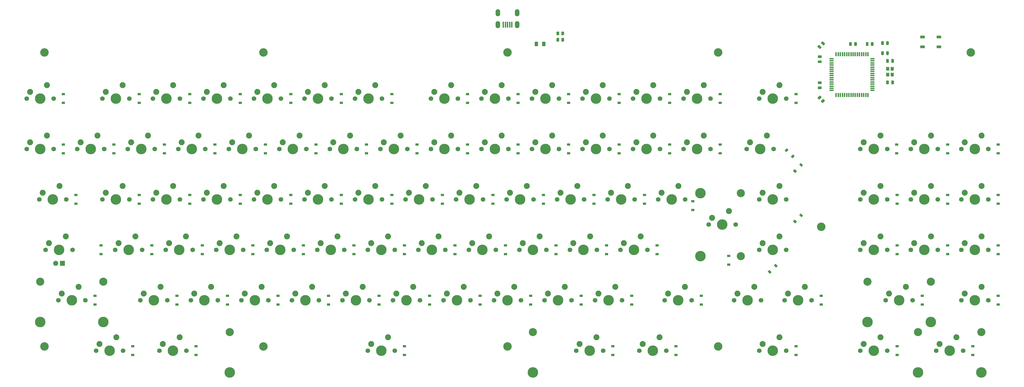
<source format=gbs>
%TF.GenerationSoftware,KiCad,Pcbnew,5.1.9*%
%TF.CreationDate,2021-05-26T15:49:30-04:00*%
%TF.ProjectId,EKS-Mk2,454b532d-4d6b-4322-9e6b-696361645f70,2.1*%
%TF.SameCoordinates,Original*%
%TF.FileFunction,Soldermask,Bot*%
%TF.FilePolarity,Negative*%
%FSLAX46Y46*%
G04 Gerber Fmt 4.6, Leading zero omitted, Abs format (unit mm)*
G04 Created by KiCad (PCBNEW 5.1.9) date 2021-05-26 15:49:30*
%MOMM*%
%LPD*%
G01*
G04 APERTURE LIST*
%ADD10C,2.250000*%
%ADD11C,3.987800*%
%ADD12C,1.750000*%
%ADD13R,1.905000X1.905000*%
%ADD14C,1.905000*%
%ADD15C,3.200000*%
%ADD16O,1.700000X2.700000*%
%ADD17R,0.500000X2.250000*%
%ADD18R,1.200000X1.400000*%
%ADD19R,1.500000X0.550000*%
%ADD20R,0.550000X1.500000*%
%ADD21R,1.800000X1.100000*%
%ADD22C,3.048000*%
%ADD23R,1.200000X0.900000*%
%ADD24C,0.020000*%
G04 APERTURE END LIST*
D10*
%TO.C,MX78*%
X316865000Y-13970000D03*
D11*
X314325000Y-19050000D03*
D10*
X310515000Y-16510000D03*
D12*
X309245000Y-19050000D03*
X319405000Y-19050000D03*
%TD*%
%TO.C,MX4*%
X12223750Y-57150000D03*
X2063750Y-57150000D03*
D13*
X8413750Y-62230000D03*
D14*
X5873750Y-62230000D03*
D10*
X3333750Y-54610000D03*
D11*
X7143750Y-57150000D03*
D10*
X9683750Y-52070000D03*
%TD*%
D15*
%TO.C,8*%
X176212500Y-93662500D03*
%TD*%
%TO.C,3*%
X176212500Y17462500D03*
%TD*%
%TO.C,4*%
X255587500Y17462500D03*
%TD*%
%TO.C,10*%
X294481250Y-48418750D03*
%TD*%
D16*
%TO.C,USB1*%
X172562500Y32385000D03*
X179862500Y32385000D03*
X179862500Y27885000D03*
X172562500Y27885000D03*
D17*
X174612500Y27885000D03*
X175412500Y27885000D03*
X176212500Y27885000D03*
X177012500Y27885000D03*
X177812500Y27885000D03*
%TD*%
D15*
%TO.C,7*%
X84137500Y-93662500D03*
%TD*%
%TO.C,5*%
X350837500Y17462500D03*
%TD*%
%TO.C,9*%
X255587500Y-93662500D03*
%TD*%
%TO.C,2*%
X84137500Y17462500D03*
%TD*%
%TO.C,6*%
X1587500Y-93662500D03*
%TD*%
%TO.C,1*%
X1587500Y17462500D03*
%TD*%
D18*
%TO.C,Y1*%
X321239250Y9060000D03*
X321239250Y11260000D03*
X319539250Y11260000D03*
X319539250Y9060000D03*
%TD*%
D19*
%TO.C,U1*%
X298401750Y15080500D03*
X298401750Y14280500D03*
X298401750Y13480500D03*
X298401750Y12680500D03*
X298401750Y11880500D03*
X298401750Y11080500D03*
X298401750Y10280500D03*
X298401750Y9480500D03*
X298401750Y8680500D03*
X298401750Y7880500D03*
X298401750Y7080500D03*
X298401750Y6280500D03*
X298401750Y5480500D03*
X298401750Y4680500D03*
X298401750Y3880500D03*
X298401750Y3080500D03*
D20*
X300101750Y1380500D03*
X300901750Y1380500D03*
X301701750Y1380500D03*
X302501750Y1380500D03*
X303301750Y1380500D03*
X304101750Y1380500D03*
X304901750Y1380500D03*
X305701750Y1380500D03*
X306501750Y1380500D03*
X307301750Y1380500D03*
X308101750Y1380500D03*
X308901750Y1380500D03*
X309701750Y1380500D03*
X310501750Y1380500D03*
X311301750Y1380500D03*
X312101750Y1380500D03*
D19*
X313801750Y3080500D03*
X313801750Y3880500D03*
X313801750Y4680500D03*
X313801750Y5480500D03*
X313801750Y6280500D03*
X313801750Y7080500D03*
X313801750Y7880500D03*
X313801750Y8680500D03*
X313801750Y9480500D03*
X313801750Y10280500D03*
X313801750Y11080500D03*
X313801750Y11880500D03*
X313801750Y12680500D03*
X313801750Y13480500D03*
X313801750Y14280500D03*
X313801750Y15080500D03*
D20*
X312101750Y16780500D03*
X311301750Y16780500D03*
X310501750Y16780500D03*
X309701750Y16780500D03*
X308901750Y16780500D03*
X308101750Y16780500D03*
X307301750Y16780500D03*
X306501750Y16780500D03*
X305701750Y16780500D03*
X304901750Y16780500D03*
X304101750Y16780500D03*
X303301750Y16780500D03*
X302501750Y16780500D03*
X301701750Y16780500D03*
X300901750Y16780500D03*
X300101750Y16780500D03*
%TD*%
D21*
%TO.C,SW1*%
X332656250Y23281250D03*
X338856250Y19581250D03*
X332656250Y19581250D03*
X338856250Y23281250D03*
%TD*%
%TO.C,R4*%
G36*
G01*
X294516606Y347043D02*
X293880207Y-289356D01*
G75*
G02*
X293526657Y-289356I-176775J176775D01*
G01*
X293155424Y81877D01*
G75*
G02*
X293155424Y435427I176775J176775D01*
G01*
X293791823Y1071826D01*
G75*
G02*
X294145373Y1071826I176775J-176775D01*
G01*
X294516606Y700593D01*
G75*
G02*
X294516606Y347043I-176775J-176775D01*
G01*
G37*
G36*
G01*
X295807076Y-943427D02*
X295170677Y-1579826D01*
G75*
G02*
X294817127Y-1579826I-176775J176775D01*
G01*
X294445894Y-1208593D01*
G75*
G02*
X294445894Y-855043I176775J176775D01*
G01*
X295082293Y-218644D01*
G75*
G02*
X295435843Y-218644I176775J-176775D01*
G01*
X295807076Y-589877D01*
G75*
G02*
X295807076Y-943427I-176775J-176775D01*
G01*
G37*
%TD*%
%TO.C,R3*%
G36*
G01*
X195688000Y22675002D02*
X195688000Y21774998D01*
G75*
G02*
X195438002Y21525000I-249998J0D01*
G01*
X194912998Y21525000D01*
G75*
G02*
X194663000Y21774998I0J249998D01*
G01*
X194663000Y22675002D01*
G75*
G02*
X194912998Y22925000I249998J0D01*
G01*
X195438002Y22925000D01*
G75*
G02*
X195688000Y22675002I0J-249998D01*
G01*
G37*
G36*
G01*
X197513000Y22675002D02*
X197513000Y21774998D01*
G75*
G02*
X197263002Y21525000I-249998J0D01*
G01*
X196737998Y21525000D01*
G75*
G02*
X196488000Y21774998I0J249998D01*
G01*
X196488000Y22675002D01*
G75*
G02*
X196737998Y22925000I249998J0D01*
G01*
X197263002Y22925000D01*
G75*
G02*
X197513000Y22675002I0J-249998D01*
G01*
G37*
%TD*%
%TO.C,R2*%
G36*
G01*
X195688000Y25056252D02*
X195688000Y24156248D01*
G75*
G02*
X195438002Y23906250I-249998J0D01*
G01*
X194912998Y23906250D01*
G75*
G02*
X194663000Y24156248I0J249998D01*
G01*
X194663000Y25056252D01*
G75*
G02*
X194912998Y25306250I249998J0D01*
G01*
X195438002Y25306250D01*
G75*
G02*
X195688000Y25056252I0J-249998D01*
G01*
G37*
G36*
G01*
X197513000Y25056252D02*
X197513000Y24156248D01*
G75*
G02*
X197263002Y23906250I-249998J0D01*
G01*
X196737998Y23906250D01*
G75*
G02*
X196488000Y24156248I0J249998D01*
G01*
X196488000Y25056252D01*
G75*
G02*
X196737998Y25306250I249998J0D01*
G01*
X197263002Y25306250D01*
G75*
G02*
X197513000Y25056252I0J-249998D01*
G01*
G37*
%TD*%
%TO.C,R1*%
G36*
G01*
X318116000Y21405002D02*
X318116000Y20504998D01*
G75*
G02*
X317866002Y20255000I-249998J0D01*
G01*
X317340998Y20255000D01*
G75*
G02*
X317091000Y20504998I0J249998D01*
G01*
X317091000Y21405002D01*
G75*
G02*
X317340998Y21655000I249998J0D01*
G01*
X317866002Y21655000D01*
G75*
G02*
X318116000Y21405002I0J-249998D01*
G01*
G37*
G36*
G01*
X319941000Y21405002D02*
X319941000Y20504998D01*
G75*
G02*
X319691002Y20255000I-249998J0D01*
G01*
X319165998Y20255000D01*
G75*
G02*
X318916000Y20504998I0J249998D01*
G01*
X318916000Y21405002D01*
G75*
G02*
X319165998Y21655000I249998J0D01*
G01*
X319691002Y21655000D01*
G75*
G02*
X319941000Y21405002I0J-249998D01*
G01*
G37*
%TD*%
D10*
%TO.C,MX90*%
X345440000Y-90170000D03*
D11*
X342900000Y-95250000D03*
D10*
X339090000Y-92710000D03*
D12*
X337820000Y-95250000D03*
X347980000Y-95250000D03*
D22*
X330993750Y-88265000D03*
X354806250Y-88265000D03*
D11*
X330993750Y-103505000D03*
X354806250Y-103505000D03*
%TD*%
D10*
%TO.C,MX89*%
X354965000Y-71120000D03*
D11*
X352425000Y-76200000D03*
D10*
X348615000Y-73660000D03*
D12*
X347345000Y-76200000D03*
X357505000Y-76200000D03*
%TD*%
D10*
%TO.C,MX88*%
X354965000Y-52070000D03*
D11*
X352425000Y-57150000D03*
D10*
X348615000Y-54610000D03*
D12*
X347345000Y-57150000D03*
X357505000Y-57150000D03*
%TD*%
D10*
%TO.C,MX87*%
X354965000Y-33020000D03*
D11*
X352425000Y-38100000D03*
D10*
X348615000Y-35560000D03*
D12*
X347345000Y-38100000D03*
X357505000Y-38100000D03*
%TD*%
D10*
%TO.C,MX86*%
X354965000Y-13970000D03*
D11*
X352425000Y-19050000D03*
D10*
X348615000Y-16510000D03*
D12*
X347345000Y-19050000D03*
X357505000Y-19050000D03*
%TD*%
D10*
%TO.C,MX85*%
X335915000Y-52070000D03*
D11*
X333375000Y-57150000D03*
D10*
X329565000Y-54610000D03*
D12*
X328295000Y-57150000D03*
X338455000Y-57150000D03*
%TD*%
D10*
%TO.C,MX84*%
X335915000Y-33020000D03*
D11*
X333375000Y-38100000D03*
D10*
X329565000Y-35560000D03*
D12*
X328295000Y-38100000D03*
X338455000Y-38100000D03*
%TD*%
D10*
%TO.C,MX83*%
X335915000Y-13970000D03*
D11*
X333375000Y-19050000D03*
D10*
X329565000Y-16510000D03*
D12*
X328295000Y-19050000D03*
X338455000Y-19050000D03*
%TD*%
D10*
%TO.C,MX82*%
X316865000Y-90170000D03*
D11*
X314325000Y-95250000D03*
D10*
X310515000Y-92710000D03*
D12*
X309245000Y-95250000D03*
X319405000Y-95250000D03*
%TD*%
D10*
%TO.C,MX81*%
X326390000Y-71120000D03*
D11*
X323850000Y-76200000D03*
D10*
X320040000Y-73660000D03*
D12*
X318770000Y-76200000D03*
X328930000Y-76200000D03*
D22*
X311943750Y-69215000D03*
X335756250Y-69215000D03*
D11*
X311943750Y-84455000D03*
X335756250Y-84455000D03*
%TD*%
D10*
%TO.C,MX80*%
X316865000Y-52070000D03*
D11*
X314325000Y-57150000D03*
D10*
X310515000Y-54610000D03*
D12*
X309245000Y-57150000D03*
X319405000Y-57150000D03*
%TD*%
D10*
%TO.C,MX79*%
X316865000Y-33020000D03*
D11*
X314325000Y-38100000D03*
D10*
X310515000Y-35560000D03*
D12*
X309245000Y-38100000D03*
X319405000Y-38100000D03*
%TD*%
D10*
%TO.C,MX77*%
X278765000Y-90170000D03*
D11*
X276225000Y-95250000D03*
D10*
X272415000Y-92710000D03*
D12*
X271145000Y-95250000D03*
X281305000Y-95250000D03*
%TD*%
D10*
%TO.C,MX76*%
X288290000Y-71120000D03*
D11*
X285750000Y-76200000D03*
D10*
X281940000Y-73660000D03*
D12*
X280670000Y-76200000D03*
X290830000Y-76200000D03*
%TD*%
D10*
%TO.C,MX75*%
X269240000Y-71120000D03*
D11*
X266700000Y-76200000D03*
D10*
X262890000Y-73660000D03*
D12*
X261620000Y-76200000D03*
X271780000Y-76200000D03*
%TD*%
D10*
%TO.C,MX74*%
X278765000Y-52070000D03*
D11*
X276225000Y-57150000D03*
D10*
X272415000Y-54610000D03*
D12*
X271145000Y-57150000D03*
X281305000Y-57150000D03*
%TD*%
D10*
%TO.C,MX73*%
X278765000Y-33020000D03*
D11*
X276225000Y-38100000D03*
D10*
X272415000Y-35560000D03*
D12*
X271145000Y-38100000D03*
X281305000Y-38100000D03*
%TD*%
D10*
%TO.C,MX72*%
X233521250Y-90170000D03*
D11*
X230981250Y-95250000D03*
D10*
X227171250Y-92710000D03*
D12*
X225901250Y-95250000D03*
X236061250Y-95250000D03*
%TD*%
D10*
%TO.C,MX71*%
X243046250Y-71120000D03*
D11*
X240506250Y-76200000D03*
D10*
X236696250Y-73660000D03*
D12*
X235426250Y-76200000D03*
X245586250Y-76200000D03*
%TD*%
D11*
%TO.C,MX70*%
X248920000Y-59531250D03*
X248920000Y-35718750D03*
D22*
X264160000Y-59531250D03*
X264160000Y-35718750D03*
D12*
X262255000Y-47625000D03*
X252095000Y-47625000D03*
D10*
X253365000Y-45085000D03*
D11*
X257175000Y-47625000D03*
D10*
X259715000Y-42545000D03*
%TD*%
%TO.C,MX69*%
X274002500Y-13970000D03*
D11*
X271462500Y-19050000D03*
D10*
X267652500Y-16510000D03*
D12*
X266382500Y-19050000D03*
X276542500Y-19050000D03*
%TD*%
D10*
%TO.C,MX68*%
X278765000Y5080000D03*
D11*
X276225000Y0D03*
D10*
X272415000Y2540000D03*
D12*
X271145000Y0D03*
X281305000Y0D03*
%TD*%
D10*
%TO.C,MX67*%
X209708750Y-90170000D03*
D11*
X207168750Y-95250000D03*
D10*
X203358750Y-92710000D03*
D12*
X202088750Y-95250000D03*
X212248750Y-95250000D03*
%TD*%
D10*
%TO.C,MX66*%
X216852500Y-71120000D03*
D11*
X214312500Y-76200000D03*
D10*
X210502500Y-73660000D03*
D12*
X209232500Y-76200000D03*
X219392500Y-76200000D03*
%TD*%
D10*
%TO.C,MX65*%
X226377500Y-52070000D03*
D11*
X223837500Y-57150000D03*
D10*
X220027500Y-54610000D03*
D12*
X218757500Y-57150000D03*
X228917500Y-57150000D03*
%TD*%
D10*
%TO.C,MX64*%
X240665000Y-33020000D03*
D11*
X238125000Y-38100000D03*
D10*
X234315000Y-35560000D03*
D12*
X233045000Y-38100000D03*
X243205000Y-38100000D03*
%TD*%
D10*
%TO.C,MX63*%
X250190000Y-13970000D03*
D11*
X247650000Y-19050000D03*
D10*
X243840000Y-16510000D03*
D12*
X242570000Y-19050000D03*
X252730000Y-19050000D03*
%TD*%
D10*
%TO.C,MX62*%
X250190000Y5080000D03*
D11*
X247650000Y0D03*
D10*
X243840000Y2540000D03*
D12*
X242570000Y0D03*
X252730000Y0D03*
%TD*%
D10*
%TO.C,MX61*%
X197802500Y-71120000D03*
D11*
X195262500Y-76200000D03*
D10*
X191452500Y-73660000D03*
D12*
X190182500Y-76200000D03*
X200342500Y-76200000D03*
%TD*%
D10*
%TO.C,MX60*%
X207327500Y-52070000D03*
D11*
X204787500Y-57150000D03*
D10*
X200977500Y-54610000D03*
D12*
X199707500Y-57150000D03*
X209867500Y-57150000D03*
%TD*%
D10*
%TO.C,MX59*%
X221615000Y-33020000D03*
D11*
X219075000Y-38100000D03*
D10*
X215265000Y-35560000D03*
D12*
X213995000Y-38100000D03*
X224155000Y-38100000D03*
%TD*%
D10*
%TO.C,MX58*%
X231140000Y-13970000D03*
D11*
X228600000Y-19050000D03*
D10*
X224790000Y-16510000D03*
D12*
X223520000Y-19050000D03*
X233680000Y-19050000D03*
%TD*%
D10*
%TO.C,MX57*%
X231140000Y5080000D03*
D11*
X228600000Y0D03*
D10*
X224790000Y2540000D03*
D12*
X223520000Y0D03*
X233680000Y0D03*
%TD*%
D10*
%TO.C,MX56*%
X178752500Y-71120000D03*
D11*
X176212500Y-76200000D03*
D10*
X172402500Y-73660000D03*
D12*
X171132500Y-76200000D03*
X181292500Y-76200000D03*
%TD*%
D10*
%TO.C,MX55*%
X188277500Y-52070000D03*
D11*
X185737500Y-57150000D03*
D10*
X181927500Y-54610000D03*
D12*
X180657500Y-57150000D03*
X190817500Y-57150000D03*
%TD*%
D10*
%TO.C,MX54*%
X202565000Y-33020000D03*
D11*
X200025000Y-38100000D03*
D10*
X196215000Y-35560000D03*
D12*
X194945000Y-38100000D03*
X205105000Y-38100000D03*
%TD*%
D10*
%TO.C,MX53*%
X212090000Y-13970000D03*
D11*
X209550000Y-19050000D03*
D10*
X205740000Y-16510000D03*
D12*
X204470000Y-19050000D03*
X214630000Y-19050000D03*
%TD*%
D10*
%TO.C,MX52*%
X212090000Y5080000D03*
D11*
X209550000Y0D03*
D10*
X205740000Y2540000D03*
D12*
X204470000Y0D03*
X214630000Y0D03*
%TD*%
D10*
%TO.C,MX51*%
X159702500Y-71120000D03*
D11*
X157162500Y-76200000D03*
D10*
X153352500Y-73660000D03*
D12*
X152082500Y-76200000D03*
X162242500Y-76200000D03*
%TD*%
D10*
%TO.C,MX50*%
X169227500Y-52070000D03*
D11*
X166687500Y-57150000D03*
D10*
X162877500Y-54610000D03*
D12*
X161607500Y-57150000D03*
X171767500Y-57150000D03*
%TD*%
D10*
%TO.C,MX49*%
X183515000Y-33020000D03*
D11*
X180975000Y-38100000D03*
D10*
X177165000Y-35560000D03*
D12*
X175895000Y-38100000D03*
X186055000Y-38100000D03*
%TD*%
D10*
%TO.C,MX48*%
X193040000Y-13970000D03*
D11*
X190500000Y-19050000D03*
D10*
X186690000Y-16510000D03*
D12*
X185420000Y-19050000D03*
X195580000Y-19050000D03*
%TD*%
D10*
%TO.C,MX47*%
X193040000Y5080000D03*
D11*
X190500000Y0D03*
D10*
X186690000Y2540000D03*
D12*
X185420000Y0D03*
X195580000Y0D03*
%TD*%
D10*
%TO.C,MX46*%
X164465000Y-33020000D03*
D11*
X161925000Y-38100000D03*
D10*
X158115000Y-35560000D03*
D12*
X156845000Y-38100000D03*
X167005000Y-38100000D03*
%TD*%
D10*
%TO.C,MX45*%
X173990000Y-13970000D03*
D11*
X171450000Y-19050000D03*
D10*
X167640000Y-16510000D03*
D12*
X166370000Y-19050000D03*
X176530000Y-19050000D03*
%TD*%
D10*
%TO.C,MX44*%
X173990000Y5080000D03*
D11*
X171450000Y0D03*
D10*
X167640000Y2540000D03*
D12*
X166370000Y0D03*
X176530000Y0D03*
%TD*%
D10*
%TO.C,MX43*%
X154940000Y-13970000D03*
D11*
X152400000Y-19050000D03*
D10*
X148590000Y-16510000D03*
D12*
X147320000Y-19050000D03*
X157480000Y-19050000D03*
%TD*%
D10*
%TO.C,MX42*%
X154940000Y5080000D03*
D11*
X152400000Y0D03*
D10*
X148590000Y2540000D03*
D12*
X147320000Y0D03*
X157480000Y0D03*
%TD*%
D10*
%TO.C,MX41*%
X150177500Y-52070000D03*
D11*
X147637500Y-57150000D03*
D10*
X143827500Y-54610000D03*
D12*
X142557500Y-57150000D03*
X152717500Y-57150000D03*
%TD*%
D10*
%TO.C,MX40*%
X145415000Y-33020000D03*
D11*
X142875000Y-38100000D03*
D10*
X139065000Y-35560000D03*
D12*
X137795000Y-38100000D03*
X147955000Y-38100000D03*
%TD*%
D10*
%TO.C,MX39*%
X135890000Y-13970000D03*
D11*
X133350000Y-19050000D03*
D10*
X129540000Y-16510000D03*
D12*
X128270000Y-19050000D03*
X138430000Y-19050000D03*
%TD*%
D10*
%TO.C,MX38*%
X126365000Y5080000D03*
D11*
X123825000Y0D03*
D10*
X120015000Y2540000D03*
D12*
X118745000Y0D03*
X128905000Y0D03*
%TD*%
D10*
%TO.C,MX37*%
X140652500Y-71120000D03*
D11*
X138112500Y-76200000D03*
D10*
X134302500Y-73660000D03*
D12*
X133032500Y-76200000D03*
X143192500Y-76200000D03*
%TD*%
D10*
%TO.C,MX36*%
X131127500Y-52070000D03*
D11*
X128587500Y-57150000D03*
D10*
X124777500Y-54610000D03*
D12*
X123507500Y-57150000D03*
X133667500Y-57150000D03*
%TD*%
D10*
%TO.C,MX35*%
X126365000Y-33020000D03*
D11*
X123825000Y-38100000D03*
D10*
X120015000Y-35560000D03*
D12*
X118745000Y-38100000D03*
X128905000Y-38100000D03*
%TD*%
D10*
%TO.C,MX34*%
X116840000Y-13970000D03*
D11*
X114300000Y-19050000D03*
D10*
X110490000Y-16510000D03*
D12*
X109220000Y-19050000D03*
X119380000Y-19050000D03*
%TD*%
D10*
%TO.C,MX33*%
X107315000Y5080000D03*
D11*
X104775000Y0D03*
D10*
X100965000Y2540000D03*
D12*
X99695000Y0D03*
X109855000Y0D03*
%TD*%
D10*
%TO.C,MX32*%
X131127500Y-90170000D03*
D11*
X128587500Y-95250000D03*
D10*
X124777500Y-92710000D03*
D12*
X123507500Y-95250000D03*
X133667500Y-95250000D03*
D22*
X71437500Y-88265000D03*
X185737500Y-88265000D03*
D11*
X71437500Y-103505000D03*
X185737500Y-103505000D03*
%TD*%
D10*
%TO.C,MX31*%
X121602500Y-71120000D03*
D11*
X119062500Y-76200000D03*
D10*
X115252500Y-73660000D03*
D12*
X113982500Y-76200000D03*
X124142500Y-76200000D03*
%TD*%
D10*
%TO.C,MX30*%
X112077500Y-52070000D03*
D11*
X109537500Y-57150000D03*
D10*
X105727500Y-54610000D03*
D12*
X104457500Y-57150000D03*
X114617500Y-57150000D03*
%TD*%
D10*
%TO.C,MX29*%
X107315000Y-33020000D03*
D11*
X104775000Y-38100000D03*
D10*
X100965000Y-35560000D03*
D12*
X99695000Y-38100000D03*
X109855000Y-38100000D03*
%TD*%
D10*
%TO.C,MX28*%
X97790000Y-13970000D03*
D11*
X95250000Y-19050000D03*
D10*
X91440000Y-16510000D03*
D12*
X90170000Y-19050000D03*
X100330000Y-19050000D03*
%TD*%
D10*
%TO.C,MX27*%
X88265000Y5080000D03*
D11*
X85725000Y0D03*
D10*
X81915000Y2540000D03*
D12*
X80645000Y0D03*
X90805000Y0D03*
%TD*%
D10*
%TO.C,MX26*%
X102552500Y-71120000D03*
D11*
X100012500Y-76200000D03*
D10*
X96202500Y-73660000D03*
D12*
X94932500Y-76200000D03*
X105092500Y-76200000D03*
%TD*%
D10*
%TO.C,MX25*%
X93027500Y-52070000D03*
D11*
X90487500Y-57150000D03*
D10*
X86677500Y-54610000D03*
D12*
X85407500Y-57150000D03*
X95567500Y-57150000D03*
%TD*%
D10*
%TO.C,MX24*%
X88265000Y-33020000D03*
D11*
X85725000Y-38100000D03*
D10*
X81915000Y-35560000D03*
D12*
X80645000Y-38100000D03*
X90805000Y-38100000D03*
%TD*%
D10*
%TO.C,MX23*%
X78740000Y-13970000D03*
D11*
X76200000Y-19050000D03*
D10*
X72390000Y-16510000D03*
D12*
X71120000Y-19050000D03*
X81280000Y-19050000D03*
%TD*%
D10*
%TO.C,MX22*%
X69215000Y5080000D03*
D11*
X66675000Y0D03*
D10*
X62865000Y2540000D03*
D12*
X61595000Y0D03*
X71755000Y0D03*
%TD*%
D10*
%TO.C,MX21*%
X83502500Y-71120000D03*
D11*
X80962500Y-76200000D03*
D10*
X77152500Y-73660000D03*
D12*
X75882500Y-76200000D03*
X86042500Y-76200000D03*
%TD*%
D10*
%TO.C,MX20*%
X73977500Y-52070000D03*
D11*
X71437500Y-57150000D03*
D10*
X67627500Y-54610000D03*
D12*
X66357500Y-57150000D03*
X76517500Y-57150000D03*
%TD*%
D10*
%TO.C,MX19*%
X69215000Y-33020000D03*
D11*
X66675000Y-38100000D03*
D10*
X62865000Y-35560000D03*
D12*
X61595000Y-38100000D03*
X71755000Y-38100000D03*
%TD*%
D10*
%TO.C,MX18*%
X59690000Y-13970000D03*
D11*
X57150000Y-19050000D03*
D10*
X53340000Y-16510000D03*
D12*
X52070000Y-19050000D03*
X62230000Y-19050000D03*
%TD*%
D10*
%TO.C,MX17*%
X50165000Y5080000D03*
D11*
X47625000Y0D03*
D10*
X43815000Y2540000D03*
D12*
X42545000Y0D03*
X52705000Y0D03*
%TD*%
D10*
%TO.C,MX16*%
X64452500Y-71120000D03*
D11*
X61912500Y-76200000D03*
D10*
X58102500Y-73660000D03*
D12*
X56832500Y-76200000D03*
X66992500Y-76200000D03*
%TD*%
D10*
%TO.C,MX15*%
X54927500Y-52070000D03*
D11*
X52387500Y-57150000D03*
D10*
X48577500Y-54610000D03*
D12*
X47307500Y-57150000D03*
X57467500Y-57150000D03*
%TD*%
D10*
%TO.C,MX14*%
X50165000Y-33020000D03*
D11*
X47625000Y-38100000D03*
D10*
X43815000Y-35560000D03*
D12*
X42545000Y-38100000D03*
X52705000Y-38100000D03*
%TD*%
D10*
%TO.C,MX13*%
X40640000Y-13970000D03*
D11*
X38100000Y-19050000D03*
D10*
X34290000Y-16510000D03*
D12*
X33020000Y-19050000D03*
X43180000Y-19050000D03*
%TD*%
D10*
%TO.C,MX12*%
X31115000Y5080000D03*
D11*
X28575000Y0D03*
D10*
X24765000Y2540000D03*
D12*
X23495000Y0D03*
X33655000Y0D03*
%TD*%
D10*
%TO.C,MX11*%
X52546250Y-90170000D03*
D11*
X50006250Y-95250000D03*
D10*
X46196250Y-92710000D03*
D12*
X44926250Y-95250000D03*
X55086250Y-95250000D03*
%TD*%
D10*
%TO.C,MX10*%
X45402500Y-71120000D03*
D11*
X42862500Y-76200000D03*
D10*
X39052500Y-73660000D03*
D12*
X37782500Y-76200000D03*
X47942500Y-76200000D03*
%TD*%
D10*
%TO.C,MX9*%
X35877500Y-52070000D03*
D11*
X33337500Y-57150000D03*
D10*
X29527500Y-54610000D03*
D12*
X28257500Y-57150000D03*
X38417500Y-57150000D03*
%TD*%
D10*
%TO.C,MX8*%
X31115000Y-33020000D03*
D11*
X28575000Y-38100000D03*
D10*
X24765000Y-35560000D03*
D12*
X23495000Y-38100000D03*
X33655000Y-38100000D03*
%TD*%
D10*
%TO.C,MX7*%
X21590000Y-13970000D03*
D11*
X19050000Y-19050000D03*
D10*
X15240000Y-16510000D03*
D12*
X13970000Y-19050000D03*
X24130000Y-19050000D03*
%TD*%
D10*
%TO.C,MX6*%
X28733750Y-90170000D03*
D11*
X26193750Y-95250000D03*
D10*
X22383750Y-92710000D03*
D12*
X21113750Y-95250000D03*
X31273750Y-95250000D03*
%TD*%
D10*
%TO.C,MX5*%
X14446250Y-71120000D03*
D11*
X11906250Y-76200000D03*
D10*
X8096250Y-73660000D03*
D12*
X6826250Y-76200000D03*
X16986250Y-76200000D03*
D22*
X0Y-69215000D03*
X23812500Y-69215000D03*
D11*
X0Y-84455000D03*
X23812500Y-84455000D03*
%TD*%
D10*
%TO.C,MX3*%
X7302500Y-33020000D03*
D11*
X4762500Y-38100000D03*
D10*
X952500Y-35560000D03*
D12*
X-317500Y-38100000D03*
X9842500Y-38100000D03*
%TD*%
D10*
%TO.C,MX2*%
X2540000Y-13970000D03*
D11*
X0Y-19050000D03*
D10*
X-3810000Y-16510000D03*
D12*
X-5080000Y-19050000D03*
X5080000Y-19050000D03*
%TD*%
D10*
%TO.C,MX1*%
X2540000Y5080000D03*
D11*
X0Y0D03*
D10*
X-3810000Y2540000D03*
D12*
X-5080000Y0D03*
X5080000Y0D03*
%TD*%
%TO.C,F1*%
G36*
G01*
X187693000Y21262500D02*
X187693000Y20012500D01*
G75*
G02*
X187443000Y19762500I-250000J0D01*
G01*
X186693000Y19762500D01*
G75*
G02*
X186443000Y20012500I0J250000D01*
G01*
X186443000Y21262500D01*
G75*
G02*
X186693000Y21512500I250000J0D01*
G01*
X187443000Y21512500D01*
G75*
G02*
X187693000Y21262500I0J-250000D01*
G01*
G37*
G36*
G01*
X190493000Y21262500D02*
X190493000Y20012500D01*
G75*
G02*
X190243000Y19762500I-250000J0D01*
G01*
X189493000Y19762500D01*
G75*
G02*
X189243000Y20012500I0J250000D01*
G01*
X189243000Y21262500D01*
G75*
G02*
X189493000Y21512500I250000J0D01*
G01*
X190243000Y21512500D01*
G75*
G02*
X190493000Y21262500I0J-250000D01*
G01*
G37*
%TD*%
D23*
%TO.C,D90*%
X351631250Y-93600000D03*
X351631250Y-96900000D03*
%TD*%
%TO.C,D89*%
X361156250Y-74550000D03*
X361156250Y-77850000D03*
%TD*%
%TO.C,D88*%
X361156250Y-55500000D03*
X361156250Y-58800000D03*
%TD*%
%TO.C,D87*%
X361156250Y-36450000D03*
X361156250Y-39750000D03*
%TD*%
%TO.C,D86*%
X361156250Y-17400000D03*
X361156250Y-20700000D03*
%TD*%
%TO.C,D85*%
X342106250Y-55500000D03*
X342106250Y-58800000D03*
%TD*%
%TO.C,D84*%
X342106250Y-36450000D03*
X342106250Y-39750000D03*
%TD*%
%TO.C,D83*%
X342106250Y-17400000D03*
X342106250Y-20700000D03*
%TD*%
%TO.C,D82*%
X323056250Y-93600000D03*
X323056250Y-96900000D03*
%TD*%
%TO.C,D81*%
X332581250Y-74550000D03*
X332581250Y-77850000D03*
%TD*%
%TO.C,D80*%
X323056250Y-55500000D03*
X323056250Y-58800000D03*
%TD*%
%TO.C,D79*%
X323056250Y-36450000D03*
X323056250Y-39750000D03*
%TD*%
%TO.C,D78*%
X322961000Y-17400000D03*
X322961000Y-20700000D03*
%TD*%
%TO.C,D77*%
X284956250Y-93600000D03*
X284956250Y-96900000D03*
%TD*%
%TO.C,D76*%
X294481250Y-74550000D03*
X294481250Y-77850000D03*
%TD*%
D24*
%TO.C,D75*%
G36*
X274952208Y-64718014D02*
G01*
X275800736Y-65566542D01*
X275164340Y-66202938D01*
X274315812Y-65354410D01*
X274952208Y-64718014D01*
G37*
G36*
X277285660Y-62384562D02*
G01*
X278134188Y-63233090D01*
X277497792Y-63869486D01*
X276649264Y-63020958D01*
X277285660Y-62384562D01*
G37*
%TD*%
%TO.C,D74*%
G36*
X284477208Y-45668014D02*
G01*
X285325736Y-46516542D01*
X284689340Y-47152938D01*
X283840812Y-46304410D01*
X284477208Y-45668014D01*
G37*
G36*
X286810660Y-43334562D02*
G01*
X287659188Y-44183090D01*
X287022792Y-44819486D01*
X286174264Y-43970958D01*
X286810660Y-43334562D01*
G37*
%TD*%
%TO.C,D73*%
G36*
X284477208Y-26618014D02*
G01*
X285325736Y-27466542D01*
X284689340Y-28102938D01*
X283840812Y-27254410D01*
X284477208Y-26618014D01*
G37*
G36*
X286810660Y-24284562D02*
G01*
X287659188Y-25133090D01*
X287022792Y-25769486D01*
X286174264Y-24920958D01*
X286810660Y-24284562D01*
G37*
%TD*%
D23*
%TO.C,D72*%
X239712500Y-93600000D03*
X239712500Y-96900000D03*
%TD*%
%TO.C,D71*%
X249237500Y-74550000D03*
X249237500Y-77850000D03*
%TD*%
%TO.C,D70*%
X259556250Y-59468750D03*
X259556250Y-62768750D03*
%TD*%
D24*
%TO.C,D69*%
G36*
X282150736Y-19364708D02*
G01*
X281302208Y-20213236D01*
X280665812Y-19576840D01*
X281514340Y-18728312D01*
X282150736Y-19364708D01*
G37*
G36*
X284484188Y-21698160D02*
G01*
X283635660Y-22546688D01*
X282999264Y-21910292D01*
X283847792Y-21061764D01*
X284484188Y-21698160D01*
G37*
%TD*%
D23*
%TO.C,D68*%
X284956250Y1650000D03*
X284956250Y-1650000D03*
%TD*%
%TO.C,D67*%
X215900000Y-93600000D03*
X215900000Y-96900000D03*
%TD*%
%TO.C,D66*%
X223043750Y-74550000D03*
X223043750Y-77850000D03*
%TD*%
%TO.C,D65*%
X232568750Y-55500000D03*
X232568750Y-58800000D03*
%TD*%
%TO.C,D64*%
X246062500Y-38831250D03*
X246062500Y-42131250D03*
%TD*%
%TO.C,D63*%
X256381250Y-17400000D03*
X256381250Y-20700000D03*
%TD*%
%TO.C,D62*%
X256381250Y1650000D03*
X256381250Y-1650000D03*
%TD*%
%TO.C,D61*%
X203993750Y-74550000D03*
X203993750Y-77850000D03*
%TD*%
%TO.C,D60*%
X213518750Y-55500000D03*
X213518750Y-58800000D03*
%TD*%
%TO.C,D59*%
X227806250Y-36450000D03*
X227806250Y-39750000D03*
%TD*%
%TO.C,D58*%
X237331250Y-17400000D03*
X237331250Y-20700000D03*
%TD*%
%TO.C,D57*%
X237331250Y1650000D03*
X237331250Y-1650000D03*
%TD*%
%TO.C,D56*%
X184943750Y-74550000D03*
X184943750Y-77850000D03*
%TD*%
%TO.C,D55*%
X194468750Y-55500000D03*
X194468750Y-58800000D03*
%TD*%
%TO.C,D54*%
X208756250Y-36450000D03*
X208756250Y-39750000D03*
%TD*%
%TO.C,D53*%
X218281250Y-17400000D03*
X218281250Y-20700000D03*
%TD*%
%TO.C,D52*%
X218281250Y1650000D03*
X218281250Y-1650000D03*
%TD*%
%TO.C,D51*%
X165893750Y-74550000D03*
X165893750Y-77850000D03*
%TD*%
%TO.C,D50*%
X175418750Y-55500000D03*
X175418750Y-58800000D03*
%TD*%
%TO.C,D49*%
X189706250Y-36450000D03*
X189706250Y-39750000D03*
%TD*%
%TO.C,D48*%
X199231250Y-17400000D03*
X199231250Y-20700000D03*
%TD*%
%TO.C,D47*%
X199231250Y1650000D03*
X199231250Y-1650000D03*
%TD*%
%TO.C,D46*%
X170656250Y-36450000D03*
X170656250Y-39750000D03*
%TD*%
%TO.C,D45*%
X180181250Y-17400000D03*
X180181250Y-20700000D03*
%TD*%
%TO.C,D44*%
X180181250Y1650000D03*
X180181250Y-1650000D03*
%TD*%
%TO.C,D43*%
X161131250Y-17400000D03*
X161131250Y-20700000D03*
%TD*%
%TO.C,D42*%
X161131250Y1650000D03*
X161131250Y-1650000D03*
%TD*%
%TO.C,D41*%
X156368750Y-55500000D03*
X156368750Y-58800000D03*
%TD*%
%TO.C,D40*%
X151606250Y-36450000D03*
X151606250Y-39750000D03*
%TD*%
%TO.C,D39*%
X142081250Y-17400000D03*
X142081250Y-20700000D03*
%TD*%
%TO.C,D38*%
X132556250Y1650000D03*
X132556250Y-1650000D03*
%TD*%
%TO.C,D37*%
X146843750Y-74550000D03*
X146843750Y-77850000D03*
%TD*%
%TO.C,D36*%
X137318750Y-55500000D03*
X137318750Y-58800000D03*
%TD*%
%TO.C,D35*%
X132556250Y-36450000D03*
X132556250Y-39750000D03*
%TD*%
%TO.C,D34*%
X123031250Y-17400000D03*
X123031250Y-20700000D03*
%TD*%
%TO.C,D33*%
X113506250Y1650000D03*
X113506250Y-1650000D03*
%TD*%
%TO.C,D32*%
X137318750Y-93600000D03*
X137318750Y-96900000D03*
%TD*%
%TO.C,D31*%
X127793750Y-74550000D03*
X127793750Y-77850000D03*
%TD*%
%TO.C,D30*%
X118268750Y-55500000D03*
X118268750Y-58800000D03*
%TD*%
%TO.C,D29*%
X113506250Y-36450000D03*
X113506250Y-39750000D03*
%TD*%
%TO.C,D28*%
X103981250Y-17400000D03*
X103981250Y-20700000D03*
%TD*%
%TO.C,D27*%
X94456250Y1650000D03*
X94456250Y-1650000D03*
%TD*%
%TO.C,D26*%
X108743750Y-74550000D03*
X108743750Y-77850000D03*
%TD*%
%TO.C,D25*%
X99218750Y-55500000D03*
X99218750Y-58800000D03*
%TD*%
%TO.C,D24*%
X94456250Y-36450000D03*
X94456250Y-39750000D03*
%TD*%
%TO.C,D23*%
X84931250Y-17400000D03*
X84931250Y-20700000D03*
%TD*%
%TO.C,D22*%
X75406250Y1650000D03*
X75406250Y-1650000D03*
%TD*%
%TO.C,D21*%
X89693750Y-74550000D03*
X89693750Y-77850000D03*
%TD*%
%TO.C,D20*%
X80168750Y-55500000D03*
X80168750Y-58800000D03*
%TD*%
%TO.C,D19*%
X75406250Y-36450000D03*
X75406250Y-39750000D03*
%TD*%
%TO.C,D18*%
X65881250Y-17400000D03*
X65881250Y-20700000D03*
%TD*%
%TO.C,D17*%
X56356250Y1650000D03*
X56356250Y-1650000D03*
%TD*%
%TO.C,D16*%
X70643750Y-74550000D03*
X70643750Y-77850000D03*
%TD*%
%TO.C,D15*%
X61118750Y-55500000D03*
X61118750Y-58800000D03*
%TD*%
%TO.C,D14*%
X56356250Y-36450000D03*
X56356250Y-39750000D03*
%TD*%
%TO.C,D13*%
X46831250Y-17400000D03*
X46831250Y-20700000D03*
%TD*%
%TO.C,D12*%
X37306250Y1650000D03*
X37306250Y-1650000D03*
%TD*%
%TO.C,D11*%
X58737500Y-93600000D03*
X58737500Y-96900000D03*
%TD*%
%TO.C,D10*%
X51593750Y-74550000D03*
X51593750Y-77850000D03*
%TD*%
%TO.C,D9*%
X42068750Y-55500000D03*
X42068750Y-58800000D03*
%TD*%
%TO.C,D8*%
X37306250Y-36450000D03*
X37306250Y-39750000D03*
%TD*%
%TO.C,D7*%
X27781250Y-17400000D03*
X27781250Y-20700000D03*
%TD*%
%TO.C,D6*%
X34925000Y-93600000D03*
X34925000Y-96900000D03*
%TD*%
%TO.C,D5*%
X20637500Y-74550000D03*
X20637500Y-77850000D03*
%TD*%
%TO.C,D4*%
X22987000Y-55500000D03*
X22987000Y-58800000D03*
%TD*%
%TO.C,D3*%
X13493750Y-36450000D03*
X13493750Y-39750000D03*
%TD*%
%TO.C,D2*%
X8731250Y-17400000D03*
X8731250Y-20700000D03*
%TD*%
%TO.C,D1*%
X8731250Y1650000D03*
X8731250Y-1650000D03*
%TD*%
%TO.C,C8*%
G36*
G01*
X313187500Y20162500D02*
X313187500Y21112500D01*
G75*
G02*
X313437500Y21362500I250000J0D01*
G01*
X313937500Y21362500D01*
G75*
G02*
X314187500Y21112500I0J-250000D01*
G01*
X314187500Y20162500D01*
G75*
G02*
X313937500Y19912500I-250000J0D01*
G01*
X313437500Y19912500D01*
G75*
G02*
X313187500Y20162500I0J250000D01*
G01*
G37*
G36*
G01*
X311287500Y20162500D02*
X311287500Y21112500D01*
G75*
G02*
X311537500Y21362500I250000J0D01*
G01*
X312037500Y21362500D01*
G75*
G02*
X312287500Y21112500I0J-250000D01*
G01*
X312287500Y20162500D01*
G75*
G02*
X312037500Y19912500I-250000J0D01*
G01*
X311537500Y19912500D01*
G75*
G02*
X311287500Y20162500I0J250000D01*
G01*
G37*
%TD*%
%TO.C,C7*%
G36*
G01*
X293827177Y20210678D02*
X294498928Y19538927D01*
G75*
G02*
X294498928Y19185373I-176777J-176777D01*
G01*
X294145375Y18831820D01*
G75*
G02*
X293791821Y18831820I-176777J176777D01*
G01*
X293120070Y19503571D01*
G75*
G02*
X293120070Y19857125I176777J176777D01*
G01*
X293473623Y20210678D01*
G75*
G02*
X293827177Y20210678I176777J-176777D01*
G01*
G37*
G36*
G01*
X295170679Y21554180D02*
X295842430Y20882429D01*
G75*
G02*
X295842430Y20528875I-176777J-176777D01*
G01*
X295488877Y20175322D01*
G75*
G02*
X295135323Y20175322I-176777J176777D01*
G01*
X294463572Y20847073D01*
G75*
G02*
X294463572Y21200627I176777J176777D01*
G01*
X294817125Y21554180D01*
G75*
G02*
X295170679Y21554180I176777J-176777D01*
G01*
G37*
%TD*%
%TO.C,C6*%
G36*
G01*
X317066000Y16670000D02*
X317066000Y17620000D01*
G75*
G02*
X317316000Y17870000I250000J0D01*
G01*
X317816000Y17870000D01*
G75*
G02*
X318066000Y17620000I0J-250000D01*
G01*
X318066000Y16670000D01*
G75*
G02*
X317816000Y16420000I-250000J0D01*
G01*
X317316000Y16420000D01*
G75*
G02*
X317066000Y16670000I0J250000D01*
G01*
G37*
G36*
G01*
X318966000Y16670000D02*
X318966000Y17620000D01*
G75*
G02*
X319216000Y17870000I250000J0D01*
G01*
X319716000Y17870000D01*
G75*
G02*
X319966000Y17620000I0J-250000D01*
G01*
X319966000Y16670000D01*
G75*
G02*
X319716000Y16420000I-250000J0D01*
G01*
X319216000Y16420000D01*
G75*
G02*
X318966000Y16670000I0J250000D01*
G01*
G37*
%TD*%
%TO.C,C5*%
G36*
G01*
X294384750Y5466500D02*
X293434750Y5466500D01*
G75*
G02*
X293184750Y5716500I0J250000D01*
G01*
X293184750Y6216500D01*
G75*
G02*
X293434750Y6466500I250000J0D01*
G01*
X294384750Y6466500D01*
G75*
G02*
X294634750Y6216500I0J-250000D01*
G01*
X294634750Y5716500D01*
G75*
G02*
X294384750Y5466500I-250000J0D01*
G01*
G37*
G36*
G01*
X294384750Y3566500D02*
X293434750Y3566500D01*
G75*
G02*
X293184750Y3816500I0J250000D01*
G01*
X293184750Y4316500D01*
G75*
G02*
X293434750Y4566500I250000J0D01*
G01*
X294384750Y4566500D01*
G75*
G02*
X294634750Y4316500I0J-250000D01*
G01*
X294634750Y3816500D01*
G75*
G02*
X294384750Y3566500I-250000J0D01*
G01*
G37*
%TD*%
%TO.C,C4*%
G36*
G01*
X293434750Y14409000D02*
X294384750Y14409000D01*
G75*
G02*
X294634750Y14159000I0J-250000D01*
G01*
X294634750Y13659000D01*
G75*
G02*
X294384750Y13409000I-250000J0D01*
G01*
X293434750Y13409000D01*
G75*
G02*
X293184750Y13659000I0J250000D01*
G01*
X293184750Y14159000D01*
G75*
G02*
X293434750Y14409000I250000J0D01*
G01*
G37*
G36*
G01*
X293434750Y16309000D02*
X294384750Y16309000D01*
G75*
G02*
X294634750Y16059000I0J-250000D01*
G01*
X294634750Y15559000D01*
G75*
G02*
X294384750Y15309000I-250000J0D01*
G01*
X293434750Y15309000D01*
G75*
G02*
X293184750Y15559000I0J250000D01*
G01*
X293184750Y16059000D01*
G75*
G02*
X293434750Y16309000I250000J0D01*
G01*
G37*
%TD*%
%TO.C,C3*%
G36*
G01*
X319971000Y14699000D02*
X319971000Y13749000D01*
G75*
G02*
X319721000Y13499000I-250000J0D01*
G01*
X319221000Y13499000D01*
G75*
G02*
X318971000Y13749000I0J250000D01*
G01*
X318971000Y14699000D01*
G75*
G02*
X319221000Y14949000I250000J0D01*
G01*
X319721000Y14949000D01*
G75*
G02*
X319971000Y14699000I0J-250000D01*
G01*
G37*
G36*
G01*
X321871000Y14699000D02*
X321871000Y13749000D01*
G75*
G02*
X321621000Y13499000I-250000J0D01*
G01*
X321121000Y13499000D01*
G75*
G02*
X320871000Y13749000I0J250000D01*
G01*
X320871000Y14699000D01*
G75*
G02*
X321121000Y14949000I250000J0D01*
G01*
X321621000Y14949000D01*
G75*
G02*
X321871000Y14699000I0J-250000D01*
G01*
G37*
%TD*%
%TO.C,C2*%
G36*
G01*
X320871000Y5621000D02*
X320871000Y6571000D01*
G75*
G02*
X321121000Y6821000I250000J0D01*
G01*
X321621000Y6821000D01*
G75*
G02*
X321871000Y6571000I0J-250000D01*
G01*
X321871000Y5621000D01*
G75*
G02*
X321621000Y5371000I-250000J0D01*
G01*
X321121000Y5371000D01*
G75*
G02*
X320871000Y5621000I0J250000D01*
G01*
G37*
G36*
G01*
X318971000Y5621000D02*
X318971000Y6571000D01*
G75*
G02*
X319221000Y6821000I250000J0D01*
G01*
X319721000Y6821000D01*
G75*
G02*
X319971000Y6571000I0J-250000D01*
G01*
X319971000Y5621000D01*
G75*
G02*
X319721000Y5371000I-250000J0D01*
G01*
X319221000Y5371000D01*
G75*
G02*
X318971000Y5621000I0J250000D01*
G01*
G37*
%TD*%
%TO.C,C1*%
G36*
G01*
X306901000Y20162500D02*
X306901000Y21112500D01*
G75*
G02*
X307151000Y21362500I250000J0D01*
G01*
X307651000Y21362500D01*
G75*
G02*
X307901000Y21112500I0J-250000D01*
G01*
X307901000Y20162500D01*
G75*
G02*
X307651000Y19912500I-250000J0D01*
G01*
X307151000Y19912500D01*
G75*
G02*
X306901000Y20162500I0J250000D01*
G01*
G37*
G36*
G01*
X305001000Y20162500D02*
X305001000Y21112500D01*
G75*
G02*
X305251000Y21362500I250000J0D01*
G01*
X305751000Y21362500D01*
G75*
G02*
X306001000Y21112500I0J-250000D01*
G01*
X306001000Y20162500D01*
G75*
G02*
X305751000Y19912500I-250000J0D01*
G01*
X305251000Y19912500D01*
G75*
G02*
X305001000Y20162500I0J250000D01*
G01*
G37*
%TD*%
M02*

</source>
